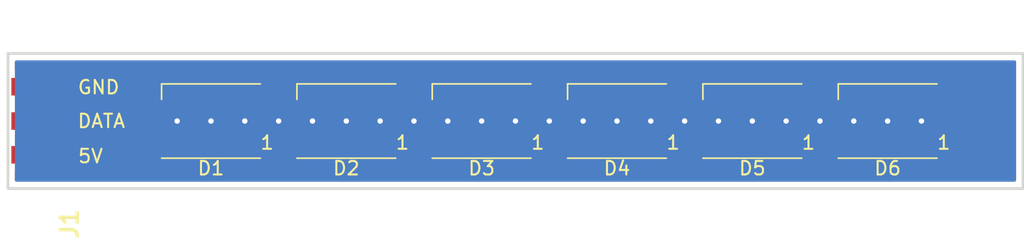
<source format=kicad_pcb>
(kicad_pcb (version 20211014) (generator pcbnew)
  (layers (0 "F.Cu" signal) (31 "B.Cu" signal) (34 "B.Paste" user) (35 "F.Paste" user) (36 "B.SilkS" user "B.Silkscreen") (37 "F.SilkS" user "F.Silkscreen") (38 "B.Mask" user) (39 "F.Mask" user) (44 "Edge.Cuts" user))
  (net 0 "")
  (net 1 "+5V")
  (net 2 "Net-(D1-Pad2)")
  (net 3 "GND")
  (net 4 "Net-(D1-Pad4)")
  (net 5 "Net-(D2-Pad2)")
  (net 6 "Net-(D3-Pad2)")
  (net 7 "Net-(D4-Pad2)")
  (net 8 "Net-(D5-Pad2)")
  (footprint "KYOCERA:009155003541006-Pad" (layer "F.Cu") (at 32 35 -90)
    (fp_text reference "J1" (at 7.62 -2.54 90) (layer "F.SilkS") (effects (font (size 1.27 1.27) (thickness 0.254))))
    (fp_text value "Conn_01x03_Male" hide)
    (pad "1" smd rect (at -2.54 0) (size 3.5 1.3) (layers "F.Cu" "F.Mask") (net 3 "GND"))
    (pad "2" smd rect (at 0 0) (size 3.5 1.3) (layers "F.Cu" "F.Mask") (net 4 "Net-(D1-Pad4)"))
    (pad "3" smd rect (at 2.5 0) (size 3.5 1.3) (layers "F.Cu" "F.Mask") (net 1 "+5V"))
  )
  (footprint "LED_SMD:LED_WS2812B_PLCC4_5.0x5.0mm_P3.2mm" (layer "F.Cu") (at 65 35 180)
    (fp_text reference "D3" (at 0 -3.5) (layer "F.SilkS"))
    (fp_text value "WS2812B")
    (fp_text user "1" (at -4.15 -1.6) (layer "F.SilkS"))
    (fp_line (start -3.65 2.75) (end 3.65 2.75) (layer "F.SilkS") (width 0.12))
    (fp_line (start -3.65 -2.75) (end 3.65 -2.75) (layer "F.SilkS") (width 0.12))
    (fp_line (start 3.65 2.75) (end 3.65 1.6) (layer "F.SilkS") (width 0.12))
    (pad "1" smd rect (at -2.45 -1.6 180) (size 1.5 1) (layers "F.Cu" "F.Paste" "F.Mask") (net 1 "+5V"))
    (pad "2" smd rect (at -2.45 1.6 180) (size 1.5 1) (layers "F.Cu" "F.Paste" "F.Mask") (net 6 "Net-(D3-Pad2)"))
    (pad "3" smd rect (at 2.45 1.6 180) (size 1.5 1) (layers "F.Cu" "F.Paste" "F.Mask") (net 3 "GND"))
    (pad "4" smd rect (at 2.45 -1.6 180) (size 1.5 1) (layers "F.Cu" "F.Paste" "F.Mask") (net 5 "Net-(D2-Pad2)"))
  )
  (footprint "LED_SMD:LED_WS2812B_PLCC4_5.0x5.0mm_P3.2mm" (layer "F.Cu") (at 75 35 180)
    (fp_text reference "D4" (at 0 -3.5) (layer "F.SilkS"))
    (fp_text value "WS2812B")
    (fp_text user "1" (at -4.15 -1.6) (layer "F.SilkS"))
    (fp_line (start -3.65 -2.75) (end 3.65 -2.75) (layer "F.SilkS") (width 0.12))
    (fp_line (start 3.65 2.75) (end 3.65 1.6) (layer "F.SilkS") (width 0.12))
    (fp_line (start -3.65 2.75) (end 3.65 2.75) (layer "F.SilkS") (width 0.12))
    (pad "1" smd rect (at -2.45 -1.6 180) (size 1.5 1) (layers "F.Cu" "F.Paste" "F.Mask") (net 1 "+5V"))
    (pad "2" smd rect (at -2.45 1.6 180) (size 1.5 1) (layers "F.Cu" "F.Paste" "F.Mask") (net 7 "Net-(D4-Pad2)"))
    (pad "3" smd rect (at 2.45 1.6 180) (size 1.5 1) (layers "F.Cu" "F.Paste" "F.Mask") (net 3 "GND"))
    (pad "4" smd rect (at 2.45 -1.6 180) (size 1.5 1) (layers "F.Cu" "F.Paste" "F.Mask") (net 6 "Net-(D3-Pad2)"))
  )
  (footprint "LED_SMD:LED_WS2812B_PLCC4_5.0x5.0mm_P3.2mm" (layer "F.Cu") (at 55 35 180)
    (fp_text reference "D2" (at 0 -3.5) (layer "F.SilkS"))
    (fp_text value "WS2812B")
    (fp_text user "1" (at -4.15 -1.6) (layer "F.SilkS"))
    (fp_line (start -3.65 -2.75) (end 3.65 -2.75) (layer "F.SilkS") (width 0.12))
    (fp_line (start 3.65 2.75) (end 3.65 1.6) (layer "F.SilkS") (width 0.12))
    (fp_line (start -3.65 2.75) (end 3.65 2.75) (layer "F.SilkS") (width 0.12))
    (pad "1" smd rect (at -2.45 -1.6 180) (size 1.5 1) (layers "F.Cu" "F.Paste" "F.Mask") (net 1 "+5V"))
    (pad "2" smd rect (at -2.45 1.6 180) (size 1.5 1) (layers "F.Cu" "F.Paste" "F.Mask") (net 5 "Net-(D2-Pad2)"))
    (pad "3" smd rect (at 2.45 1.6 180) (size 1.5 1) (layers "F.Cu" "F.Paste" "F.Mask") (net 3 "GND"))
    (pad "4" smd rect (at 2.45 -1.6 180) (size 1.5 1) (layers "F.Cu" "F.Paste" "F.Mask") (net 2 "Net-(D1-Pad2)"))
  )
  (footprint "LED_SMD:LED_WS2812B_PLCC4_5.0x5.0mm_P3.2mm" (layer "F.Cu") (at 45 35 180)
    (fp_text reference "D1" (at 0 -3.5) (layer "F.SilkS"))
    (fp_text value "WS2812B")
    (fp_text user "1" (at -4.15 -1.6) (layer "F.SilkS"))
    (fp_line (start 3.65 2.75) (end 3.65 1.6) (layer "F.SilkS") (width 0.12))
    (fp_line (start -3.65 2.75) (end 3.65 2.75) (layer "F.SilkS") (width 0.12))
    (fp_line (start -3.65 -2.75) (end 3.65 -2.75) (layer "F.SilkS") (width 0.12))
    (pad "1" smd rect (at -2.45 -1.6 180) (size 1.5 1) (layers "F.Cu" "F.Paste" "F.Mask") (net 1 "+5V"))
    (pad "2" smd rect (at -2.45 1.6 180) (size 1.5 1) (layers "F.Cu" "F.Paste" "F.Mask") (net 2 "Net-(D1-Pad2)"))
    (pad "3" smd rect (at 2.45 1.6 180) (size 1.5 1) (layers "F.Cu" "F.Paste" "F.Mask") (net 3 "GND"))
    (pad "4" smd rect (at 2.45 -1.6 180) (size 1.5 1) (layers "F.Cu" "F.Paste" "F.Mask") (net 4 "Net-(D1-Pad4)"))
  )
  (footprint "LED_SMD:LED_WS2812B_PLCC4_5.0x5.0mm_P3.2mm" (layer "F.Cu") (at 85 35 180)
    (fp_text reference "D5" (at 0 -3.5) (layer "F.SilkS"))
    (fp_text value "WS2812B")
    (fp_text user "1" (at -4.15 -1.6) (layer "F.SilkS"))
    (fp_line (start 3.65 2.75) (end 3.65 1.6) (layer "F.SilkS") (width 0.12))
    (fp_line (start -3.65 -2.75) (end 3.65 -2.75) (layer "F.SilkS") (width 0.12))
    (fp_line (start -3.65 2.75) (end 3.65 2.75) (layer "F.SilkS") (width 0.12))
    (pad "1" smd rect (at -2.45 -1.6 180) (size 1.5 1) (layers "F.Cu" "F.Paste" "F.Mask") (net 1 "+5V"))
    (pad "2" smd rect (at -2.45 1.6 180) (size 1.5 1) (layers "F.Cu" "F.Paste" "F.Mask") (net 8 "Net-(D5-Pad2)"))
    (pad "3" smd rect (at 2.45 1.6 180) (size 1.5 1) (layers "F.Cu" "F.Paste" "F.Mask") (net 3 "GND"))
    (pad "4" smd rect (at 2.45 -1.6 180) (size 1.5 1) (layers "F.Cu" "F.Paste" "F.Mask") (net 7 "Net-(D4-Pad2)"))
  )
  (footprint "LED_SMD:LED_WS2812B_PLCC4_5.0x5.0mm_P3.2mm" (layer "F.Cu") (at 95 35 180)
    (fp_text reference "D6" (at 0 -3.5) (layer "F.SilkS"))
    (fp_text value "WS2812B")
    (fp_text user "1" (at -4.15 -1.6) (layer "F.SilkS"))
    (fp_line (start 3.65 2.75) (end 3.65 1.6) (layer "F.SilkS") (width 0.12))
    (fp_line (start -3.65 -2.75) (end 3.65 -2.75) (layer "F.SilkS") (width 0.12))
    (fp_line (start -3.65 2.75) (end 3.65 2.75) (layer "F.SilkS") (width 0.12))
    (pad "1" smd rect (at -2.45 -1.6 180) (size 1.5 1) (layers "F.Cu" "F.Paste" "F.Mask") (net 1 "+5V"))
    (pad "2" smd rect (at -2.45 1.6 180) (size 1.5 1) (layers "F.Cu" "F.Paste" "F.Mask"))
    (pad "3" smd rect (at 2.45 1.6 180) (size 1.5 1) (layers "F.Cu" "F.Paste" "F.Mask") (net 3 "GND"))
    (pad "4" smd rect (at 2.45 -1.6 180) (size 1.5 1) (layers "F.Cu" "F.Paste" "F.Mask") (net 8 "Net-(D5-Pad2)"))
  )
  (gr_rect (start 30 30) (end 105 40) (layer "Edge.Cuts") (width 0.2) (fill none))
  (gr_text "DATA" (at 36.9 35) (layer "F.SilkS") (effects (font (size 1 1))))
  (gr_text "GND" (at 36.7 32.5) (layer "F.SilkS") (effects (font (size 1 1))))
  (gr_text "5V" (at 36.1 37.6) (layer "F.SilkS") (effects (font (size 1 1))))
  (segment (start 46.500489 37.549511) (end 32.049511 37.549511) (width 0.5) (layer "F.Cu") (net 1))
  (segment (start 66.500489 37.549511) (end 58.399511 37.549511) (width 0.5) (layer "F.Cu") (net 1))
  (segment (start 77.45 36.6) (end 76.500489 37.549511) (width 0.5) (layer "F.Cu") (net 1))
  (segment (start 96.500489 37.549511) (end 88.399511 37.549511) (width 0.5) (layer "F.Cu") (net 1))
  (segment (start 56.500489 37.549511) (end 48.399511 37.549511) (width 0.5) (layer "F.Cu") (net 1))
  (segment (start 67.45 36.6) (end 66.500489 37.549511) (width 0.5) (layer "F.Cu") (net 1))
  (segment (start 88.399511 37.549511) (end 87.45 36.6) (width 0.5) (layer "F.Cu") (net 1))
  (segment (start 47.45 36.6) (end 46.500489 37.549511) (width 0.5) (layer "F.Cu") (net 1))
  (segment (start 58.399511 37.549511) (end 57.45 36.6) (width 0.5) (layer "F.Cu") (net 1))
  (segment (start 97.45 36.6) (end 96.500489 37.549511) (width 0.5) (layer "F.Cu") (net 1))
  (segment (start 32.049511 37.549511) (end 32 37.5) (width 0.5) (layer "F.Cu") (net 1))
  (segment (start 78.399511 37.549511) (end 77.45 36.6) (width 0.5) (layer "F.Cu") (net 1))
  (segment (start 86.500489 37.549511) (end 78.399511 37.549511) (width 0.5) (layer "F.Cu") (net 1))
  (segment (start 76.500489 37.549511) (end 68.399511 37.549511) (width 0.5) (layer "F.Cu") (net 1))
  (segment (start 68.399511 37.549511) (end 67.45 36.6) (width 0.5) (layer "F.Cu") (net 1))
  (segment (start 48.399511 37.549511) (end 47.45 36.6) (width 0.5) (layer "F.Cu") (net 1))
  (segment (start 87.45 36.6) (end 86.500489 37.549511) (width 0.5) (layer "F.Cu") (net 1))
  (segment (start 57.45 36.6) (end 56.500489 37.549511) (width 0.5) (layer "F.Cu") (net 1))
  (segment (start 52.55 36.348609) (end 52.55 36.6) (width 0.5) (layer "F.Cu") (net 2))
  (segment (start 49.601391 33.4) (end 52.55 36.348609) (width 0.5) (layer "F.Cu") (net 2))
  (segment (start 47.45 33.4) (end 49.601391 33.4) (width 0.5) (layer "F.Cu") (net 2))
  (via (at 80 35) (size 0.8) (drill 0.4) (layers "F.Cu" "B.Cu") (net 3))
  (via (at 97.5 35) (size 0.8) (drill 0.4) (layers "F.Cu" "B.Cu") (net 3))
  (via (at 42.5 35) (size 0.8) (drill 0.4) (layers "F.Cu" "B.Cu") (net 3))
  (via (at 65 35) (size 0.8) (drill 0.4) (layers "F.Cu" "B.Cu") (net 3))
  (via (at 75 35) (size 0.8) (drill 0.4) (layers "F.Cu" "B.Cu") (net 3))
  (via (at 85 35) (size 0.8) (drill 0.4) (layers "F.Cu" "B.Cu") (net 3))
  (via (at 90 35) (size 0.8) (drill 0.4) (layers "F.Cu" "B.Cu") (net 3))
  (via (at 55 35) (size 0.8) (drill 0.4) (layers "F.Cu" "B.Cu") (net 3))
  (via (at 62.5 35) (size 0.8) (drill 0.4) (layers "F.Cu" "B.Cu") (net 3))
  (via (at 72.5 35) (size 0.8) (drill 0.4) (layers "F.Cu" "B.Cu") (net 3))
  (via (at 45 35) (size 0.8) (drill 0.4) (layers "F.Cu" "B.Cu") (net 3))
  (via (at 50 35) (size 0.8) (drill 0.4) (layers "F.Cu" "B.Cu") (net 3))
  (via (at 77.5 35) (size 0.8) (drill 0.4) (layers "F.Cu" "B.Cu") (net 3))
  (via (at 82.5 35) (size 0.8) (drill 0.4) (layers "F.Cu" "B.Cu") (net 3))
  (via (at 92.5 35) (size 0.8) (drill 0.4) (layers "F.Cu" "B.Cu") (net 3))
  (via (at 60 35) (size 0.8) (drill 0.4) (layers "F.Cu" "B.Cu") (net 3))
  (via (at 95 35) (size 0.8) (drill 0.4) (layers "F.Cu" "B.Cu") (net 3))
  (via (at 87.5 35) (size 0.8) (drill 0.4) (layers "F.Cu" "B.Cu") (net 3))
  (via (at 52.5 35) (size 0.8) (drill 0.4) (layers "F.Cu" "B.Cu") (net 3))
  (via (at 47.5 35) (size 0.8) (drill 0.4) (layers "F.Cu" "B.Cu") (net 3))
  (via (at 70 35) (size 0.8) (drill 0.4) (layers "F.Cu" "B.Cu") (net 3))
  (via (at 57.5 35) (size 0.8) (drill 0.4) (layers "F.Cu" "B.Cu") (net 3))
  (via (at 67.5 35) (size 0.8) (drill 0.4) (layers "F.Cu" "B.Cu") (net 3))
  (segment (start 34.7 36.6) (end 42.55 36.6) (width 0.5) (layer "F.Cu") (net 4))
  (segment (start 33.1 35) (end 34.7 36.6) (width 0.5) (layer "F.Cu") (net 4))
  (segment (start 32 35) (end 33.1 35) (width 0.5) (layer "F.Cu") (net 4))
  (segment (start 62.55 36.348609) (end 62.55 36.6) (width 0.5) (layer "F.Cu") (net 5))
  (segment (start 59.601391 33.4) (end 62.55 36.348609) (width 0.5) (layer "F.Cu") (net 5))
  (segment (start 57.45 33.4) (end 59.601391 33.4) (width 0.5) (layer "F.Cu") (net 5))
  (segment (start 72.55 36.251391) (end 72.55 36.6) (width 0.5) (layer "F.Cu") (net 6))
  (segment (start 67.45 33.4) (end 69.698609 33.4) (width 0.5) (layer "F.Cu") (net 6))
  (segment (start 69.698609 33.4) (end 72.55 36.251391) (width 0.5) (layer "F.Cu") (net 6))
  (segment (start 77.45 33.4) (end 79.698609 33.4) (width 0.5) (layer "F.Cu") (net 7))
  (segment (start 82.55 36.251391) (end 82.55 36.6) (width 0.5) (layer "F.Cu") (net 7))
  (segment (start 79.698609 33.4) (end 82.55 36.251391) (width 0.5) (layer "F.Cu") (net 7))
  (segment (start 87.45 33.4) (end 89.601391 33.4) (width 0.5) (layer "F.Cu") (net 8))
  (segment (start 89.601391 33.4) (end 92.55 36.348609) (width 0.5) (layer "F.Cu") (net 8))
  (segment (start 92.55 36.348609) (end 92.55 36.6) (width 0.5) (layer "F.Cu") (net 8))
  (zone (net 3) (net_name "GND") (layers F&B.Cu) (connect_pads (clearance 0.508)) (min_thickness 0.254) (fill yes (thermal_gap 0.508) (thermal_bridge_width 0.508))
    (polygon (pts (xy 105 40) (xy 30 40) (xy 30 30) (xy 105 30)))
  )
)
</source>
